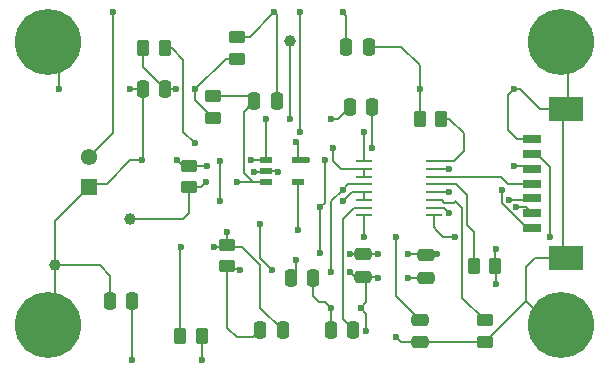
<source format=gtl>
G04 #@! TF.GenerationSoftware,KiCad,Pcbnew,8.0.6*
G04 #@! TF.CreationDate,2025-01-26T18:36:01-05:00*
G04 #@! TF.ProjectId,Mic_Board_Omni_NEW,4d69635f-426f-4617-9264-5f4f6d6e695f,rev?*
G04 #@! TF.SameCoordinates,Original*
G04 #@! TF.FileFunction,Copper,L1,Top*
G04 #@! TF.FilePolarity,Positive*
%FSLAX46Y46*%
G04 Gerber Fmt 4.6, Leading zero omitted, Abs format (unit mm)*
G04 Created by KiCad (PCBNEW 8.0.6) date 2025-01-26 18:36:01*
%MOMM*%
%LPD*%
G01*
G04 APERTURE LIST*
G04 Aperture macros list*
%AMRoundRect*
0 Rectangle with rounded corners*
0 $1 Rounding radius*
0 $2 $3 $4 $5 $6 $7 $8 $9 X,Y pos of 4 corners*
0 Add a 4 corners polygon primitive as box body*
4,1,4,$2,$3,$4,$5,$6,$7,$8,$9,$2,$3,0*
0 Add four circle primitives for the rounded corners*
1,1,$1+$1,$2,$3*
1,1,$1+$1,$4,$5*
1,1,$1+$1,$6,$7*
1,1,$1+$1,$8,$9*
0 Add four rect primitives between the rounded corners*
20,1,$1+$1,$2,$3,$4,$5,0*
20,1,$1+$1,$4,$5,$6,$7,0*
20,1,$1+$1,$6,$7,$8,$9,0*
20,1,$1+$1,$8,$9,$2,$3,0*%
G04 Aperture macros list end*
G04 #@! TA.AperFunction,SMDPad,CuDef*
%ADD10R,1.409700X0.279400*%
G04 #@! TD*
G04 #@! TA.AperFunction,SMDPad,CuDef*
%ADD11RoundRect,0.250000X0.450000X-0.262500X0.450000X0.262500X-0.450000X0.262500X-0.450000X-0.262500X0*%
G04 #@! TD*
G04 #@! TA.AperFunction,SMDPad,CuDef*
%ADD12RoundRect,0.250000X0.475000X-0.250000X0.475000X0.250000X-0.475000X0.250000X-0.475000X-0.250000X0*%
G04 #@! TD*
G04 #@! TA.AperFunction,SMDPad,CuDef*
%ADD13C,1.000000*%
G04 #@! TD*
G04 #@! TA.AperFunction,ComponentPad*
%ADD14C,5.600000*%
G04 #@! TD*
G04 #@! TA.AperFunction,SMDPad,CuDef*
%ADD15RoundRect,0.250000X-0.262500X-0.450000X0.262500X-0.450000X0.262500X0.450000X-0.262500X0.450000X0*%
G04 #@! TD*
G04 #@! TA.AperFunction,ComponentPad*
%ADD16R,1.378000X1.378000*%
G04 #@! TD*
G04 #@! TA.AperFunction,ComponentPad*
%ADD17C,1.378000*%
G04 #@! TD*
G04 #@! TA.AperFunction,SMDPad,CuDef*
%ADD18R,0.977900X0.508000*%
G04 #@! TD*
G04 #@! TA.AperFunction,SMDPad,CuDef*
%ADD19RoundRect,0.250000X-0.475000X0.250000X-0.475000X-0.250000X0.475000X-0.250000X0.475000X0.250000X0*%
G04 #@! TD*
G04 #@! TA.AperFunction,SMDPad,CuDef*
%ADD20RoundRect,0.250000X0.250000X0.475000X-0.250000X0.475000X-0.250000X-0.475000X0.250000X-0.475000X0*%
G04 #@! TD*
G04 #@! TA.AperFunction,SMDPad,CuDef*
%ADD21RoundRect,0.250000X-0.250000X-0.475000X0.250000X-0.475000X0.250000X0.475000X-0.250000X0.475000X0*%
G04 #@! TD*
G04 #@! TA.AperFunction,SMDPad,CuDef*
%ADD22R,1.600000X0.800000*%
G04 #@! TD*
G04 #@! TA.AperFunction,SMDPad,CuDef*
%ADD23R,3.000000X2.100000*%
G04 #@! TD*
G04 #@! TA.AperFunction,ViaPad*
%ADD24C,0.600000*%
G04 #@! TD*
G04 #@! TA.AperFunction,Conductor*
%ADD25C,0.200000*%
G04 #@! TD*
G04 APERTURE END LIST*
D10*
X158777750Y-79625003D03*
X158777750Y-80275001D03*
X158777750Y-80925003D03*
X158777750Y-81575001D03*
X158777750Y-82225000D03*
X158777750Y-82875001D03*
X158777750Y-83525000D03*
X158777750Y-84175001D03*
X164683250Y-84175001D03*
X164683250Y-83525003D03*
X164683250Y-82875001D03*
X164683250Y-82225003D03*
X164683250Y-81575004D03*
X164683250Y-80925003D03*
X164683250Y-80275004D03*
X164683250Y-79625003D03*
D11*
X144000000Y-81825000D03*
X144000000Y-80000000D03*
D12*
X158730500Y-89400002D03*
X158730500Y-87500002D03*
D13*
X132636000Y-88400002D03*
D14*
X132000000Y-93500000D03*
X132000000Y-93500000D03*
D15*
X143230500Y-94400002D03*
X145055500Y-94400002D03*
D14*
X175500000Y-93500000D03*
D11*
X146000000Y-75912500D03*
X146000000Y-74087500D03*
D16*
X135500000Y-81770000D03*
D17*
X135500000Y-79230000D03*
D18*
X150500000Y-79500000D03*
X150500000Y-80450001D03*
X150500000Y-81400002D03*
X153230500Y-81400002D03*
X153230500Y-79500000D03*
D15*
X168087500Y-88500000D03*
X169912500Y-88500000D03*
D19*
X163500000Y-93050000D03*
X163500000Y-94950000D03*
D20*
X157900000Y-93900002D03*
X156000000Y-93900002D03*
D15*
X163500000Y-76000000D03*
X165325000Y-76000000D03*
D21*
X137280500Y-91400002D03*
X139180500Y-91400002D03*
D13*
X139000000Y-84500000D03*
D21*
X157600000Y-75000000D03*
X159500000Y-75000000D03*
D12*
X164000000Y-89450000D03*
X164000000Y-87550000D03*
D11*
X147230500Y-88500000D03*
X147230500Y-86675000D03*
D15*
X140087500Y-70000000D03*
X141912500Y-70000000D03*
D21*
X152600000Y-89500000D03*
X154500000Y-89500000D03*
D22*
X173000000Y-85250000D03*
X173000000Y-84000000D03*
X173000000Y-82750000D03*
X173000000Y-81500000D03*
X173000000Y-80250000D03*
X173000000Y-79000000D03*
X173000000Y-77750000D03*
D23*
X175900000Y-87800000D03*
X175900000Y-75200000D03*
D14*
X132000000Y-69500000D03*
D11*
X148000000Y-70912500D03*
X148000000Y-69087500D03*
D21*
X157280500Y-69900002D03*
X159180500Y-69900002D03*
D14*
X175500000Y-93500000D03*
X175500000Y-69500000D03*
X132000000Y-69500000D03*
D11*
X169000000Y-94912500D03*
X169000000Y-93087500D03*
D20*
X151400000Y-74500000D03*
X149500000Y-74500000D03*
D13*
X152500000Y-69400002D03*
D20*
X141950000Y-73500000D03*
X140050000Y-73500000D03*
X151900000Y-93900002D03*
X150000000Y-93900002D03*
D24*
X142900000Y-73500000D03*
X144500000Y-73500000D03*
X149500000Y-80500000D03*
X145500000Y-80000000D03*
X171500000Y-73500000D03*
X161500000Y-94500000D03*
X140000000Y-79500000D03*
X157000000Y-82000000D03*
X157600000Y-89000000D03*
X160000000Y-89500000D03*
X143000000Y-79500000D03*
X133000000Y-73500000D03*
X159000000Y-94000000D03*
X163500000Y-73500000D03*
X139000000Y-73500000D03*
X158500000Y-92000000D03*
X151500000Y-80500000D03*
X162500000Y-89500000D03*
X156000000Y-89000000D03*
X156000000Y-92000000D03*
X145400000Y-81400000D03*
X148000000Y-81400000D03*
X145055500Y-96400000D03*
X139180500Y-96400000D03*
X152500000Y-76000000D03*
X146600000Y-79600000D03*
X150500000Y-76000000D03*
X156000000Y-76000000D03*
X151000000Y-88800000D03*
X150000000Y-84900000D03*
X148300000Y-88800000D03*
X146600000Y-83000000D03*
X149200000Y-79500000D03*
X147200000Y-85600000D03*
X153230500Y-85430500D03*
X143300000Y-86900000D03*
X146099998Y-86900002D03*
X174500000Y-86000000D03*
X170000000Y-90000000D03*
X155100000Y-87400000D03*
X170000000Y-87000000D03*
X155500000Y-79500000D03*
X165000000Y-87500000D03*
X153000000Y-78000000D03*
X157000000Y-83000000D03*
X162500000Y-87500000D03*
X154000000Y-79500000D03*
X155100000Y-83500000D03*
X153000000Y-88000000D03*
X144500000Y-78100000D03*
X157600000Y-87500000D03*
X160000000Y-87500000D03*
X159500000Y-78500000D03*
X156200000Y-78500000D03*
X161500000Y-86000000D03*
X158800000Y-86000000D03*
X153400000Y-67000000D03*
X158777750Y-77122250D03*
X153400000Y-77122250D03*
X157000000Y-67000000D03*
X171699262Y-83500735D03*
X166500000Y-86000000D03*
X166000000Y-84000000D03*
X171100000Y-82900735D03*
X166000000Y-82175004D03*
X170500000Y-82000000D03*
X166000000Y-80225003D03*
X171500000Y-80000000D03*
X151200000Y-67000000D03*
X137500000Y-67000000D03*
D25*
X144500000Y-73500000D02*
X147087500Y-70912500D01*
X140087500Y-71637500D02*
X141950000Y-73500000D01*
X144500000Y-74412500D02*
X146000000Y-75912500D01*
X144500000Y-73500000D02*
X144500000Y-74412500D01*
X147087500Y-70912500D02*
X148000000Y-70912500D01*
X140087500Y-70000000D02*
X140087500Y-71637500D01*
X141950000Y-73500000D02*
X142900000Y-73500000D01*
X171000000Y-77000000D02*
X171000000Y-74000000D01*
X158500000Y-92000000D02*
X159000000Y-92500000D01*
X169000000Y-94912500D02*
X163537500Y-94912500D01*
X143500000Y-80000000D02*
X143000000Y-79500000D01*
X163500000Y-71500000D02*
X161900002Y-69900002D01*
X140050000Y-73500000D02*
X139000000Y-73500000D01*
X158730500Y-89400002D02*
X159900002Y-89400002D01*
X159000000Y-91500000D02*
X159000000Y-89669502D01*
X150500000Y-80450001D02*
X151450001Y-80450001D01*
X140050000Y-73500000D02*
X140050000Y-79450000D01*
X172500000Y-91412500D02*
X172500000Y-88550002D01*
X132636000Y-88400002D02*
X132636000Y-84634000D01*
X156000000Y-89000000D02*
X156000000Y-83000000D01*
X149500000Y-80500000D02*
X150450001Y-80500000D01*
X136400002Y-88400002D02*
X137280500Y-89280500D01*
X159000000Y-89669502D02*
X158730500Y-89400002D01*
X140050000Y-79450000D02*
X140000000Y-79500000D01*
X171500000Y-73500000D02*
X172000000Y-73500000D01*
X163500000Y-73500000D02*
X163500000Y-71500000D01*
X158730500Y-89400002D02*
X158000002Y-89400002D01*
X139000000Y-79500000D02*
X137000000Y-81500000D01*
X144000000Y-80000000D02*
X145500000Y-80000000D01*
X173000000Y-77750000D02*
X171750000Y-77750000D01*
X156000000Y-92000000D02*
X156000000Y-93900002D01*
X173275001Y-87775001D02*
X175636000Y-87775001D01*
X137000000Y-81500000D02*
X135770000Y-81500000D01*
X144000000Y-80000000D02*
X143500000Y-80000000D01*
X176000000Y-94000000D02*
X175087500Y-94000000D01*
X171000000Y-74000000D02*
X171500000Y-73500000D01*
X137280500Y-89280500D02*
X137280500Y-91400002D01*
X151450001Y-80450001D02*
X151500000Y-80500000D01*
X133000000Y-70500000D02*
X133000000Y-73500000D01*
X131500000Y-94000000D02*
X131500000Y-92000000D01*
X163950000Y-89500000D02*
X164000000Y-89450000D01*
X132000000Y-69500000D02*
X133000000Y-70500000D01*
X163537500Y-94912500D02*
X163500000Y-94950000D01*
X175636000Y-69514000D02*
X176100000Y-69050000D01*
X132636000Y-90864000D02*
X132636000Y-88400002D01*
X175636000Y-69864000D02*
X176500000Y-69000000D01*
X162500000Y-89500000D02*
X163950000Y-89500000D01*
X175087500Y-94000000D02*
X172500000Y-91412500D01*
X157424999Y-81575001D02*
X158777750Y-81575001D01*
X175900000Y-74600000D02*
X176100000Y-74400000D01*
X169000000Y-94912500D02*
X172500000Y-91412500D01*
X155000000Y-91500000D02*
X155500000Y-91500000D01*
X176100000Y-74400000D02*
X176100000Y-69050000D01*
X175636000Y-87775001D02*
X175636000Y-75175001D01*
X132636000Y-84634000D02*
X135500000Y-81770000D01*
X158500000Y-92000000D02*
X159000000Y-91500000D01*
X156000000Y-83000000D02*
X157000000Y-82000000D01*
X135770000Y-81500000D02*
X135500000Y-81770000D01*
X159000000Y-92500000D02*
X159000000Y-94000000D01*
X159900002Y-89400002D02*
X160000000Y-89500000D01*
X161950000Y-94950000D02*
X163500000Y-94950000D01*
X173700000Y-75200000D02*
X175900000Y-75200000D01*
X132636000Y-88400002D02*
X136400002Y-88400002D01*
X155000000Y-91500000D02*
X154500000Y-91000000D01*
X131500000Y-92000000D02*
X132636000Y-90864000D01*
X161900002Y-69900002D02*
X159180500Y-69900002D01*
X175900000Y-75200000D02*
X175900000Y-74600000D01*
X154500000Y-91000000D02*
X154500000Y-89500000D01*
X155500000Y-91500000D02*
X156000000Y-92000000D01*
X150450001Y-80500000D02*
X150500000Y-80450001D01*
X161500000Y-94500000D02*
X161950000Y-94950000D01*
X172500000Y-88550002D02*
X173275001Y-87775001D01*
X140000000Y-79500000D02*
X139000000Y-79500000D01*
X172000000Y-73500000D02*
X173700000Y-75200000D01*
X158000002Y-89400002D02*
X157600000Y-89000000D01*
X171750000Y-77750000D02*
X171000000Y-77000000D01*
X157000000Y-82000000D02*
X157424999Y-81575001D01*
X163500000Y-76000000D02*
X163500000Y-73500000D01*
X149087500Y-74087500D02*
X149500000Y-74500000D01*
X149500000Y-74500000D02*
X149000062Y-74999938D01*
X148600000Y-80600000D02*
X149400002Y-81400002D01*
X144975000Y-81825000D02*
X144000000Y-81825000D01*
X148000002Y-81400002D02*
X150500000Y-81400002D01*
X146000000Y-74087500D02*
X149087500Y-74087500D01*
X139000000Y-84500000D02*
X143500000Y-84500000D01*
X149500000Y-74500000D02*
X148600000Y-75400000D01*
X148600000Y-75400000D02*
X148600000Y-80600000D01*
X145400000Y-81400000D02*
X144975000Y-81825000D01*
X149400002Y-81400002D02*
X150500000Y-81400002D01*
X144000000Y-84000000D02*
X144000000Y-81825000D01*
X143500000Y-84500000D02*
X144000000Y-84000000D01*
X148000000Y-81400000D02*
X148000002Y-81400002D01*
X139180500Y-96400000D02*
X139180500Y-91400002D01*
X145055500Y-96400000D02*
X145055500Y-94400002D01*
X156000000Y-76000000D02*
X156600000Y-76000000D01*
X149500000Y-79500000D02*
X149200000Y-79500000D01*
X148300000Y-88800000D02*
X148225002Y-88725002D01*
X156600000Y-76000000D02*
X157600000Y-75000000D01*
X150500000Y-79500000D02*
X149200000Y-79500000D01*
X149400002Y-94500000D02*
X150000000Y-93900002D01*
X148000000Y-94500000D02*
X149400002Y-94500000D01*
X148225002Y-88725002D02*
X147230500Y-88725002D01*
X152500000Y-69400002D02*
X152500000Y-76000000D01*
X147230500Y-93730500D02*
X148000000Y-94500000D01*
X147230500Y-88725002D02*
X147230500Y-93730500D01*
X150000000Y-87800000D02*
X151000000Y-88800000D01*
X150500000Y-79500000D02*
X150500000Y-76000000D01*
X146600000Y-83000000D02*
X146600000Y-79600000D01*
X150000000Y-84900000D02*
X150000000Y-87800000D01*
X147230500Y-86900002D02*
X148500002Y-86900002D01*
X143200000Y-94369502D02*
X143230500Y-94400002D01*
X150000000Y-92000002D02*
X151900000Y-93900002D01*
X153230500Y-85430500D02*
X153230500Y-81400002D01*
X146099998Y-86900002D02*
X147230500Y-86900002D01*
X143200000Y-87000000D02*
X143200000Y-94369502D01*
X143300000Y-86900000D02*
X143200000Y-87000000D01*
X147200000Y-85600000D02*
X147230500Y-85630500D01*
X148500002Y-86900002D02*
X150000000Y-88400000D01*
X147230500Y-85630500D02*
X147230500Y-86900002D01*
X150000000Y-88400000D02*
X150000000Y-92000002D01*
X170000000Y-88587500D02*
X169912500Y-88500000D01*
X155500000Y-79500000D02*
X155500000Y-83100000D01*
X169912500Y-88500000D02*
X169912500Y-87087500D01*
X157600002Y-87500002D02*
X157600000Y-87500000D01*
X163950000Y-87500000D02*
X164000000Y-87550000D01*
X155500000Y-83100000D02*
X155100000Y-83500000D01*
X155100000Y-86500000D02*
X155100000Y-87400000D01*
X174500000Y-80100000D02*
X173400000Y-79000000D01*
X164950000Y-87550000D02*
X165000000Y-87500000D01*
X160000000Y-87500000D02*
X158730502Y-87500000D01*
X153230500Y-79500000D02*
X153230500Y-78230500D01*
X158777750Y-82225000D02*
X158777750Y-82875001D01*
X153000000Y-89100000D02*
X152600000Y-89500000D01*
X162500000Y-87500000D02*
X163950000Y-87500000D01*
X158730500Y-87500002D02*
X157600002Y-87500002D01*
X172736000Y-78975001D02*
X172336000Y-78975001D01*
X164000000Y-87550000D02*
X164950000Y-87550000D01*
X158777750Y-82225000D02*
X157775000Y-82225000D01*
X143500000Y-77100000D02*
X144500000Y-78100000D01*
X170000000Y-90000000D02*
X170000000Y-88587500D01*
X157775000Y-82225000D02*
X157000000Y-83000000D01*
X153230500Y-79500000D02*
X154000000Y-79500000D01*
X155100000Y-83500000D02*
X155100000Y-86500000D01*
X153230500Y-78230500D02*
X153000000Y-78000000D01*
X142500000Y-70000000D02*
X143500000Y-71000000D01*
X169912500Y-87087500D02*
X170000000Y-87000000D01*
X174500000Y-86000000D02*
X174500000Y-80100000D01*
X173400000Y-79000000D02*
X173000000Y-79000000D01*
X143500000Y-71000000D02*
X143500000Y-77100000D01*
X158730502Y-87500000D02*
X158730500Y-87500002D01*
X155000000Y-87500000D02*
X155100000Y-87400000D01*
X153000000Y-88000000D02*
X153000000Y-89100000D01*
X141912500Y-70000000D02*
X142500000Y-70000000D01*
X156200000Y-78500000D02*
X156200000Y-79600000D01*
X156200000Y-79600000D02*
X156875001Y-80275001D01*
X158777750Y-80275001D02*
X158777750Y-80925003D01*
X156875001Y-80275001D02*
X158777750Y-80275001D01*
X159500000Y-75000000D02*
X159500000Y-78500000D01*
X157000000Y-93000000D02*
X157000000Y-84508201D01*
X157000000Y-84508201D02*
X157983201Y-83525000D01*
X157900000Y-93900002D02*
X157900000Y-93900000D01*
X157983201Y-83525000D02*
X158777750Y-83525000D01*
X157900000Y-93900000D02*
X157000000Y-93000000D01*
X161500000Y-86000000D02*
X161500000Y-91050000D01*
X158800000Y-86000000D02*
X158777750Y-85977750D01*
X161500000Y-91050000D02*
X163500000Y-93050000D01*
X158777750Y-85977750D02*
X158777750Y-84175001D01*
X157280500Y-67280500D02*
X157280500Y-69900002D01*
X158777750Y-77122250D02*
X158777750Y-79625003D01*
X157000000Y-67000000D02*
X157280500Y-67280500D01*
X153400000Y-77122250D02*
X153400000Y-67000000D01*
X165325000Y-76000000D02*
X166000000Y-76000000D01*
X166000000Y-76000000D02*
X167230500Y-77230500D01*
X166374997Y-79625003D02*
X164683250Y-79625003D01*
X167230500Y-78769500D02*
X166374997Y-79625003D01*
X167230500Y-77230500D02*
X167230500Y-78769500D01*
X166500000Y-83000000D02*
X167100000Y-83600000D01*
X166400000Y-83100000D02*
X166500000Y-83000000D01*
X167100000Y-83600000D02*
X167100000Y-91187500D01*
X165600000Y-83100000D02*
X166400000Y-83100000D01*
X167100000Y-91187500D02*
X169000000Y-93087500D01*
X164683250Y-82875001D02*
X165375001Y-82875001D01*
X165375001Y-82875001D02*
X165600000Y-83100000D01*
X164683250Y-85183250D02*
X165000000Y-85500000D01*
X165000000Y-85500000D02*
X165500000Y-86000000D01*
X172500735Y-83500735D02*
X173000000Y-84000000D01*
X164683250Y-84175001D02*
X164683250Y-85183250D01*
X171699262Y-83500735D02*
X172500735Y-83500735D01*
X165500000Y-86000000D02*
X166500000Y-86000000D01*
X172849265Y-82900735D02*
X173000000Y-82750000D01*
X172750000Y-82500000D02*
X173000000Y-82750000D01*
X164683250Y-83525003D02*
X165525003Y-83525003D01*
X165525003Y-83525003D02*
X166000000Y-84000000D01*
X171100000Y-82900735D02*
X172849265Y-82900735D01*
X165950001Y-82225003D02*
X166000000Y-82175004D01*
X164683250Y-82225003D02*
X165950001Y-82225003D01*
X172600000Y-85250000D02*
X173000000Y-85250000D01*
X170500000Y-82000000D02*
X170500000Y-83150000D01*
X170500000Y-83150000D02*
X172600000Y-85250000D01*
X173000000Y-81500000D02*
X171000000Y-81500000D01*
X170425003Y-80925003D02*
X164683250Y-80925003D01*
X164688289Y-80919964D02*
X164683250Y-80925003D01*
X171000000Y-81500000D02*
X170425003Y-80925003D01*
X165949999Y-80275004D02*
X166000000Y-80225003D01*
X164683250Y-80275004D02*
X165949999Y-80275004D01*
X171500000Y-80000000D02*
X172750000Y-80000000D01*
X172750000Y-80000000D02*
X173000000Y-80250000D01*
X164683250Y-81575004D02*
X166575004Y-81575004D01*
X166575004Y-81575004D02*
X167500000Y-82500000D01*
X167500000Y-82500000D02*
X167500000Y-85000000D01*
X167500000Y-85000000D02*
X168087500Y-85587500D01*
X168087500Y-85587500D02*
X168087500Y-88500000D01*
X151400000Y-67200000D02*
X151400000Y-74500000D01*
X151200000Y-67000000D02*
X149112500Y-69087500D01*
X137500000Y-77230000D02*
X137500000Y-67000000D01*
X135500000Y-79230000D02*
X137500000Y-77230000D01*
X151200000Y-67000000D02*
X151400000Y-67200000D01*
X149112500Y-69087500D02*
X148000000Y-69087500D01*
M02*

</source>
